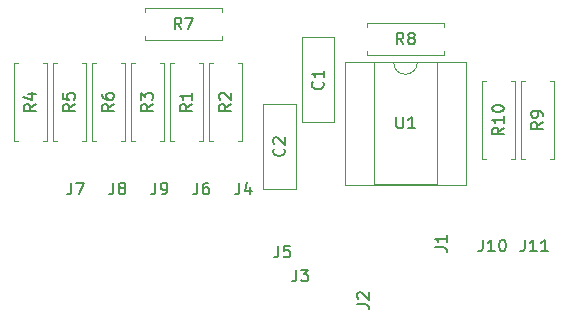
<source format=gbr>
G04 #@! TF.GenerationSoftware,KiCad,Pcbnew,(5.1.2-1)-1*
G04 #@! TF.CreationDate,2021-10-12T12:57:45-04:00*
G04 #@! TF.ProjectId,DCMixer - CGS04,44434d69-7865-4722-902d-204347533034,rev?*
G04 #@! TF.SameCoordinates,Original*
G04 #@! TF.FileFunction,Legend,Top*
G04 #@! TF.FilePolarity,Positive*
%FSLAX46Y46*%
G04 Gerber Fmt 4.6, Leading zero omitted, Abs format (unit mm)*
G04 Created by KiCad (PCBNEW (5.1.2-1)-1) date 2021-10-12 12:57:45*
%MOMM*%
%LPD*%
G04 APERTURE LIST*
%ADD10C,0.120000*%
%ADD11C,0.150000*%
G04 APERTURE END LIST*
D10*
X44540000Y-20620000D02*
X44540000Y-27860000D01*
X41800000Y-20620000D02*
X41800000Y-27860000D01*
X44540000Y-20620000D02*
X41800000Y-20620000D01*
X44540000Y-27860000D02*
X41800000Y-27860000D01*
X41248000Y-33552000D02*
X38508000Y-33552000D01*
X41248000Y-26312000D02*
X38508000Y-26312000D01*
X38508000Y-26312000D02*
X38508000Y-33552000D01*
X41248000Y-26312000D02*
X41248000Y-33552000D01*
X33044000Y-22892000D02*
X33374000Y-22892000D01*
X33374000Y-22892000D02*
X33374000Y-29432000D01*
X33374000Y-29432000D02*
X33044000Y-29432000D01*
X30964000Y-22892000D02*
X30634000Y-22892000D01*
X30634000Y-22892000D02*
X30634000Y-29432000D01*
X30634000Y-29432000D02*
X30964000Y-29432000D01*
X33936000Y-29432000D02*
X34266000Y-29432000D01*
X33936000Y-22892000D02*
X33936000Y-29432000D01*
X34266000Y-22892000D02*
X33936000Y-22892000D01*
X36676000Y-29432000D02*
X36346000Y-29432000D01*
X36676000Y-22892000D02*
X36676000Y-29432000D01*
X36346000Y-22892000D02*
X36676000Y-22892000D01*
X29742000Y-22892000D02*
X30072000Y-22892000D01*
X30072000Y-22892000D02*
X30072000Y-29432000D01*
X30072000Y-29432000D02*
X29742000Y-29432000D01*
X27662000Y-22892000D02*
X27332000Y-22892000D01*
X27332000Y-22892000D02*
X27332000Y-29432000D01*
X27332000Y-29432000D02*
X27662000Y-29432000D01*
X17426000Y-29432000D02*
X17756000Y-29432000D01*
X17426000Y-22892000D02*
X17426000Y-29432000D01*
X17756000Y-22892000D02*
X17426000Y-22892000D01*
X20166000Y-29432000D02*
X19836000Y-29432000D01*
X20166000Y-22892000D02*
X20166000Y-29432000D01*
X19836000Y-22892000D02*
X20166000Y-22892000D01*
X23138000Y-22892000D02*
X23468000Y-22892000D01*
X23468000Y-22892000D02*
X23468000Y-29432000D01*
X23468000Y-29432000D02*
X23138000Y-29432000D01*
X21058000Y-22892000D02*
X20728000Y-22892000D01*
X20728000Y-22892000D02*
X20728000Y-29432000D01*
X20728000Y-29432000D02*
X21058000Y-29432000D01*
X24030000Y-29432000D02*
X24360000Y-29432000D01*
X24030000Y-22892000D02*
X24030000Y-29432000D01*
X24360000Y-22892000D02*
X24030000Y-22892000D01*
X26770000Y-29432000D02*
X26440000Y-29432000D01*
X26770000Y-22892000D02*
X26770000Y-29432000D01*
X26440000Y-22892000D02*
X26770000Y-22892000D01*
X35020000Y-20598000D02*
X35020000Y-20928000D01*
X35020000Y-20928000D02*
X28480000Y-20928000D01*
X28480000Y-20928000D02*
X28480000Y-20598000D01*
X35020000Y-18518000D02*
X35020000Y-18188000D01*
X35020000Y-18188000D02*
X28480000Y-18188000D01*
X28480000Y-18188000D02*
X28480000Y-18518000D01*
X47276000Y-19458000D02*
X47276000Y-19788000D01*
X53816000Y-19458000D02*
X47276000Y-19458000D01*
X53816000Y-19788000D02*
X53816000Y-19458000D01*
X47276000Y-22198000D02*
X47276000Y-21868000D01*
X53816000Y-22198000D02*
X47276000Y-22198000D01*
X53816000Y-21868000D02*
X53816000Y-22198000D01*
X60682000Y-30956000D02*
X60352000Y-30956000D01*
X60352000Y-30956000D02*
X60352000Y-24416000D01*
X60352000Y-24416000D02*
X60682000Y-24416000D01*
X62762000Y-30956000D02*
X63092000Y-30956000D01*
X63092000Y-30956000D02*
X63092000Y-24416000D01*
X63092000Y-24416000D02*
X62762000Y-24416000D01*
X59790000Y-24416000D02*
X59460000Y-24416000D01*
X59790000Y-30956000D02*
X59790000Y-24416000D01*
X59460000Y-30956000D02*
X59790000Y-30956000D01*
X57050000Y-24416000D02*
X57380000Y-24416000D01*
X57050000Y-30956000D02*
X57050000Y-24416000D01*
X57380000Y-30956000D02*
X57050000Y-30956000D01*
X51546000Y-22800000D02*
G75*
G02X49546000Y-22800000I-1000000J0D01*
G01*
X49546000Y-22800000D02*
X47896000Y-22800000D01*
X47896000Y-22800000D02*
X47896000Y-33080000D01*
X47896000Y-33080000D02*
X53196000Y-33080000D01*
X53196000Y-33080000D02*
X53196000Y-22800000D01*
X53196000Y-22800000D02*
X51546000Y-22800000D01*
X45406000Y-22740000D02*
X45406000Y-33140000D01*
X45406000Y-33140000D02*
X55686000Y-33140000D01*
X55686000Y-33140000D02*
X55686000Y-22740000D01*
X55686000Y-22740000D02*
X45406000Y-22740000D01*
D11*
X43527142Y-24446666D02*
X43574761Y-24494285D01*
X43622380Y-24637142D01*
X43622380Y-24732380D01*
X43574761Y-24875238D01*
X43479523Y-24970476D01*
X43384285Y-25018095D01*
X43193809Y-25065714D01*
X43050952Y-25065714D01*
X42860476Y-25018095D01*
X42765238Y-24970476D01*
X42670000Y-24875238D01*
X42622380Y-24732380D01*
X42622380Y-24637142D01*
X42670000Y-24494285D01*
X42717619Y-24446666D01*
X43622380Y-23494285D02*
X43622380Y-24065714D01*
X43622380Y-23780000D02*
X42622380Y-23780000D01*
X42765238Y-23875238D01*
X42860476Y-23970476D01*
X42908095Y-24065714D01*
X40235142Y-30098666D02*
X40282761Y-30146285D01*
X40330380Y-30289142D01*
X40330380Y-30384380D01*
X40282761Y-30527238D01*
X40187523Y-30622476D01*
X40092285Y-30670095D01*
X39901809Y-30717714D01*
X39758952Y-30717714D01*
X39568476Y-30670095D01*
X39473238Y-30622476D01*
X39378000Y-30527238D01*
X39330380Y-30384380D01*
X39330380Y-30289142D01*
X39378000Y-30146285D01*
X39425619Y-30098666D01*
X39425619Y-29717714D02*
X39378000Y-29670095D01*
X39330380Y-29574857D01*
X39330380Y-29336761D01*
X39378000Y-29241523D01*
X39425619Y-29193904D01*
X39520857Y-29146285D01*
X39616095Y-29146285D01*
X39758952Y-29193904D01*
X40330380Y-29765333D01*
X40330380Y-29146285D01*
X53046380Y-38433333D02*
X53760666Y-38433333D01*
X53903523Y-38480952D01*
X53998761Y-38576190D01*
X54046380Y-38719047D01*
X54046380Y-38814285D01*
X54046380Y-37433333D02*
X54046380Y-38004761D01*
X54046380Y-37719047D02*
X53046380Y-37719047D01*
X53189238Y-37814285D01*
X53284476Y-37909523D01*
X53332095Y-38004761D01*
X46442380Y-43259333D02*
X47156666Y-43259333D01*
X47299523Y-43306952D01*
X47394761Y-43402190D01*
X47442380Y-43545047D01*
X47442380Y-43640285D01*
X46537619Y-42830761D02*
X46490000Y-42783142D01*
X46442380Y-42687904D01*
X46442380Y-42449809D01*
X46490000Y-42354571D01*
X46537619Y-42306952D01*
X46632857Y-42259333D01*
X46728095Y-42259333D01*
X46870952Y-42306952D01*
X47442380Y-42878380D01*
X47442380Y-42259333D01*
X41322666Y-40346380D02*
X41322666Y-41060666D01*
X41275047Y-41203523D01*
X41179809Y-41298761D01*
X41036952Y-41346380D01*
X40941714Y-41346380D01*
X41703619Y-40346380D02*
X42322666Y-40346380D01*
X41989333Y-40727333D01*
X42132190Y-40727333D01*
X42227428Y-40774952D01*
X42275047Y-40822571D01*
X42322666Y-40917809D01*
X42322666Y-41155904D01*
X42275047Y-41251142D01*
X42227428Y-41298761D01*
X42132190Y-41346380D01*
X41846476Y-41346380D01*
X41751238Y-41298761D01*
X41703619Y-41251142D01*
X36496666Y-32980380D02*
X36496666Y-33694666D01*
X36449047Y-33837523D01*
X36353809Y-33932761D01*
X36210952Y-33980380D01*
X36115714Y-33980380D01*
X37401428Y-33313714D02*
X37401428Y-33980380D01*
X37163333Y-32932761D02*
X36925238Y-33647047D01*
X37544285Y-33647047D01*
X39798666Y-38314380D02*
X39798666Y-39028666D01*
X39751047Y-39171523D01*
X39655809Y-39266761D01*
X39512952Y-39314380D01*
X39417714Y-39314380D01*
X40751047Y-38314380D02*
X40274857Y-38314380D01*
X40227238Y-38790571D01*
X40274857Y-38742952D01*
X40370095Y-38695333D01*
X40608190Y-38695333D01*
X40703428Y-38742952D01*
X40751047Y-38790571D01*
X40798666Y-38885809D01*
X40798666Y-39123904D01*
X40751047Y-39219142D01*
X40703428Y-39266761D01*
X40608190Y-39314380D01*
X40370095Y-39314380D01*
X40274857Y-39266761D01*
X40227238Y-39219142D01*
X32940666Y-32980380D02*
X32940666Y-33694666D01*
X32893047Y-33837523D01*
X32797809Y-33932761D01*
X32654952Y-33980380D01*
X32559714Y-33980380D01*
X33845428Y-32980380D02*
X33654952Y-32980380D01*
X33559714Y-33028000D01*
X33512095Y-33075619D01*
X33416857Y-33218476D01*
X33369238Y-33408952D01*
X33369238Y-33789904D01*
X33416857Y-33885142D01*
X33464476Y-33932761D01*
X33559714Y-33980380D01*
X33750190Y-33980380D01*
X33845428Y-33932761D01*
X33893047Y-33885142D01*
X33940666Y-33789904D01*
X33940666Y-33551809D01*
X33893047Y-33456571D01*
X33845428Y-33408952D01*
X33750190Y-33361333D01*
X33559714Y-33361333D01*
X33464476Y-33408952D01*
X33416857Y-33456571D01*
X33369238Y-33551809D01*
X22272666Y-32980380D02*
X22272666Y-33694666D01*
X22225047Y-33837523D01*
X22129809Y-33932761D01*
X21986952Y-33980380D01*
X21891714Y-33980380D01*
X22653619Y-32980380D02*
X23320285Y-32980380D01*
X22891714Y-33980380D01*
X25828666Y-32980380D02*
X25828666Y-33694666D01*
X25781047Y-33837523D01*
X25685809Y-33932761D01*
X25542952Y-33980380D01*
X25447714Y-33980380D01*
X26447714Y-33408952D02*
X26352476Y-33361333D01*
X26304857Y-33313714D01*
X26257238Y-33218476D01*
X26257238Y-33170857D01*
X26304857Y-33075619D01*
X26352476Y-33028000D01*
X26447714Y-32980380D01*
X26638190Y-32980380D01*
X26733428Y-33028000D01*
X26781047Y-33075619D01*
X26828666Y-33170857D01*
X26828666Y-33218476D01*
X26781047Y-33313714D01*
X26733428Y-33361333D01*
X26638190Y-33408952D01*
X26447714Y-33408952D01*
X26352476Y-33456571D01*
X26304857Y-33504190D01*
X26257238Y-33599428D01*
X26257238Y-33789904D01*
X26304857Y-33885142D01*
X26352476Y-33932761D01*
X26447714Y-33980380D01*
X26638190Y-33980380D01*
X26733428Y-33932761D01*
X26781047Y-33885142D01*
X26828666Y-33789904D01*
X26828666Y-33599428D01*
X26781047Y-33504190D01*
X26733428Y-33456571D01*
X26638190Y-33408952D01*
X29384666Y-32980380D02*
X29384666Y-33694666D01*
X29337047Y-33837523D01*
X29241809Y-33932761D01*
X29098952Y-33980380D01*
X29003714Y-33980380D01*
X29908476Y-33980380D02*
X30098952Y-33980380D01*
X30194190Y-33932761D01*
X30241809Y-33885142D01*
X30337047Y-33742285D01*
X30384666Y-33551809D01*
X30384666Y-33170857D01*
X30337047Y-33075619D01*
X30289428Y-33028000D01*
X30194190Y-32980380D01*
X30003714Y-32980380D01*
X29908476Y-33028000D01*
X29860857Y-33075619D01*
X29813238Y-33170857D01*
X29813238Y-33408952D01*
X29860857Y-33504190D01*
X29908476Y-33551809D01*
X30003714Y-33599428D01*
X30194190Y-33599428D01*
X30289428Y-33551809D01*
X30337047Y-33504190D01*
X30384666Y-33408952D01*
X57102476Y-37806380D02*
X57102476Y-38520666D01*
X57054857Y-38663523D01*
X56959619Y-38758761D01*
X56816761Y-38806380D01*
X56721523Y-38806380D01*
X58102476Y-38806380D02*
X57531047Y-38806380D01*
X57816761Y-38806380D02*
X57816761Y-37806380D01*
X57721523Y-37949238D01*
X57626285Y-38044476D01*
X57531047Y-38092095D01*
X58721523Y-37806380D02*
X58816761Y-37806380D01*
X58912000Y-37854000D01*
X58959619Y-37901619D01*
X59007238Y-37996857D01*
X59054857Y-38187333D01*
X59054857Y-38425428D01*
X59007238Y-38615904D01*
X58959619Y-38711142D01*
X58912000Y-38758761D01*
X58816761Y-38806380D01*
X58721523Y-38806380D01*
X58626285Y-38758761D01*
X58578666Y-38711142D01*
X58531047Y-38615904D01*
X58483428Y-38425428D01*
X58483428Y-38187333D01*
X58531047Y-37996857D01*
X58578666Y-37901619D01*
X58626285Y-37854000D01*
X58721523Y-37806380D01*
X60658476Y-37806380D02*
X60658476Y-38520666D01*
X60610857Y-38663523D01*
X60515619Y-38758761D01*
X60372761Y-38806380D01*
X60277523Y-38806380D01*
X61658476Y-38806380D02*
X61087047Y-38806380D01*
X61372761Y-38806380D02*
X61372761Y-37806380D01*
X61277523Y-37949238D01*
X61182285Y-38044476D01*
X61087047Y-38092095D01*
X62610857Y-38806380D02*
X62039428Y-38806380D01*
X62325142Y-38806380D02*
X62325142Y-37806380D01*
X62229904Y-37949238D01*
X62134666Y-38044476D01*
X62039428Y-38092095D01*
X32456380Y-26328666D02*
X31980190Y-26662000D01*
X32456380Y-26900095D02*
X31456380Y-26900095D01*
X31456380Y-26519142D01*
X31504000Y-26423904D01*
X31551619Y-26376285D01*
X31646857Y-26328666D01*
X31789714Y-26328666D01*
X31884952Y-26376285D01*
X31932571Y-26423904D01*
X31980190Y-26519142D01*
X31980190Y-26900095D01*
X32456380Y-25376285D02*
X32456380Y-25947714D01*
X32456380Y-25662000D02*
X31456380Y-25662000D01*
X31599238Y-25757238D01*
X31694476Y-25852476D01*
X31742095Y-25947714D01*
X35758380Y-26328666D02*
X35282190Y-26662000D01*
X35758380Y-26900095D02*
X34758380Y-26900095D01*
X34758380Y-26519142D01*
X34806000Y-26423904D01*
X34853619Y-26376285D01*
X34948857Y-26328666D01*
X35091714Y-26328666D01*
X35186952Y-26376285D01*
X35234571Y-26423904D01*
X35282190Y-26519142D01*
X35282190Y-26900095D01*
X34853619Y-25947714D02*
X34806000Y-25900095D01*
X34758380Y-25804857D01*
X34758380Y-25566761D01*
X34806000Y-25471523D01*
X34853619Y-25423904D01*
X34948857Y-25376285D01*
X35044095Y-25376285D01*
X35186952Y-25423904D01*
X35758380Y-25995333D01*
X35758380Y-25376285D01*
X29154380Y-26328666D02*
X28678190Y-26662000D01*
X29154380Y-26900095D02*
X28154380Y-26900095D01*
X28154380Y-26519142D01*
X28202000Y-26423904D01*
X28249619Y-26376285D01*
X28344857Y-26328666D01*
X28487714Y-26328666D01*
X28582952Y-26376285D01*
X28630571Y-26423904D01*
X28678190Y-26519142D01*
X28678190Y-26900095D01*
X28154380Y-25995333D02*
X28154380Y-25376285D01*
X28535333Y-25709619D01*
X28535333Y-25566761D01*
X28582952Y-25471523D01*
X28630571Y-25423904D01*
X28725809Y-25376285D01*
X28963904Y-25376285D01*
X29059142Y-25423904D01*
X29106761Y-25471523D01*
X29154380Y-25566761D01*
X29154380Y-25852476D01*
X29106761Y-25947714D01*
X29059142Y-25995333D01*
X19248380Y-26328666D02*
X18772190Y-26662000D01*
X19248380Y-26900095D02*
X18248380Y-26900095D01*
X18248380Y-26519142D01*
X18296000Y-26423904D01*
X18343619Y-26376285D01*
X18438857Y-26328666D01*
X18581714Y-26328666D01*
X18676952Y-26376285D01*
X18724571Y-26423904D01*
X18772190Y-26519142D01*
X18772190Y-26900095D01*
X18581714Y-25471523D02*
X19248380Y-25471523D01*
X18200761Y-25709619D02*
X18915047Y-25947714D01*
X18915047Y-25328666D01*
X22550380Y-26328666D02*
X22074190Y-26662000D01*
X22550380Y-26900095D02*
X21550380Y-26900095D01*
X21550380Y-26519142D01*
X21598000Y-26423904D01*
X21645619Y-26376285D01*
X21740857Y-26328666D01*
X21883714Y-26328666D01*
X21978952Y-26376285D01*
X22026571Y-26423904D01*
X22074190Y-26519142D01*
X22074190Y-26900095D01*
X21550380Y-25423904D02*
X21550380Y-25900095D01*
X22026571Y-25947714D01*
X21978952Y-25900095D01*
X21931333Y-25804857D01*
X21931333Y-25566761D01*
X21978952Y-25471523D01*
X22026571Y-25423904D01*
X22121809Y-25376285D01*
X22359904Y-25376285D01*
X22455142Y-25423904D01*
X22502761Y-25471523D01*
X22550380Y-25566761D01*
X22550380Y-25804857D01*
X22502761Y-25900095D01*
X22455142Y-25947714D01*
X25852380Y-26328666D02*
X25376190Y-26662000D01*
X25852380Y-26900095D02*
X24852380Y-26900095D01*
X24852380Y-26519142D01*
X24900000Y-26423904D01*
X24947619Y-26376285D01*
X25042857Y-26328666D01*
X25185714Y-26328666D01*
X25280952Y-26376285D01*
X25328571Y-26423904D01*
X25376190Y-26519142D01*
X25376190Y-26900095D01*
X24852380Y-25471523D02*
X24852380Y-25662000D01*
X24900000Y-25757238D01*
X24947619Y-25804857D01*
X25090476Y-25900095D01*
X25280952Y-25947714D01*
X25661904Y-25947714D01*
X25757142Y-25900095D01*
X25804761Y-25852476D01*
X25852380Y-25757238D01*
X25852380Y-25566761D01*
X25804761Y-25471523D01*
X25757142Y-25423904D01*
X25661904Y-25376285D01*
X25423809Y-25376285D01*
X25328571Y-25423904D01*
X25280952Y-25471523D01*
X25233333Y-25566761D01*
X25233333Y-25757238D01*
X25280952Y-25852476D01*
X25328571Y-25900095D01*
X25423809Y-25947714D01*
X31583333Y-20010380D02*
X31250000Y-19534190D01*
X31011904Y-20010380D02*
X31011904Y-19010380D01*
X31392857Y-19010380D01*
X31488095Y-19058000D01*
X31535714Y-19105619D01*
X31583333Y-19200857D01*
X31583333Y-19343714D01*
X31535714Y-19438952D01*
X31488095Y-19486571D01*
X31392857Y-19534190D01*
X31011904Y-19534190D01*
X31916666Y-19010380D02*
X32583333Y-19010380D01*
X32154761Y-20010380D01*
X50379333Y-21280380D02*
X50046000Y-20804190D01*
X49807904Y-21280380D02*
X49807904Y-20280380D01*
X50188857Y-20280380D01*
X50284095Y-20328000D01*
X50331714Y-20375619D01*
X50379333Y-20470857D01*
X50379333Y-20613714D01*
X50331714Y-20708952D01*
X50284095Y-20756571D01*
X50188857Y-20804190D01*
X49807904Y-20804190D01*
X50950761Y-20708952D02*
X50855523Y-20661333D01*
X50807904Y-20613714D01*
X50760285Y-20518476D01*
X50760285Y-20470857D01*
X50807904Y-20375619D01*
X50855523Y-20328000D01*
X50950761Y-20280380D01*
X51141238Y-20280380D01*
X51236476Y-20328000D01*
X51284095Y-20375619D01*
X51331714Y-20470857D01*
X51331714Y-20518476D01*
X51284095Y-20613714D01*
X51236476Y-20661333D01*
X51141238Y-20708952D01*
X50950761Y-20708952D01*
X50855523Y-20756571D01*
X50807904Y-20804190D01*
X50760285Y-20899428D01*
X50760285Y-21089904D01*
X50807904Y-21185142D01*
X50855523Y-21232761D01*
X50950761Y-21280380D01*
X51141238Y-21280380D01*
X51236476Y-21232761D01*
X51284095Y-21185142D01*
X51331714Y-21089904D01*
X51331714Y-20899428D01*
X51284095Y-20804190D01*
X51236476Y-20756571D01*
X51141238Y-20708952D01*
X62174380Y-27852666D02*
X61698190Y-28186000D01*
X62174380Y-28424095D02*
X61174380Y-28424095D01*
X61174380Y-28043142D01*
X61222000Y-27947904D01*
X61269619Y-27900285D01*
X61364857Y-27852666D01*
X61507714Y-27852666D01*
X61602952Y-27900285D01*
X61650571Y-27947904D01*
X61698190Y-28043142D01*
X61698190Y-28424095D01*
X62174380Y-27376476D02*
X62174380Y-27186000D01*
X62126761Y-27090761D01*
X62079142Y-27043142D01*
X61936285Y-26947904D01*
X61745809Y-26900285D01*
X61364857Y-26900285D01*
X61269619Y-26947904D01*
X61222000Y-26995523D01*
X61174380Y-27090761D01*
X61174380Y-27281238D01*
X61222000Y-27376476D01*
X61269619Y-27424095D01*
X61364857Y-27471714D01*
X61602952Y-27471714D01*
X61698190Y-27424095D01*
X61745809Y-27376476D01*
X61793428Y-27281238D01*
X61793428Y-27090761D01*
X61745809Y-26995523D01*
X61698190Y-26947904D01*
X61602952Y-26900285D01*
X58872380Y-28328857D02*
X58396190Y-28662190D01*
X58872380Y-28900285D02*
X57872380Y-28900285D01*
X57872380Y-28519333D01*
X57920000Y-28424095D01*
X57967619Y-28376476D01*
X58062857Y-28328857D01*
X58205714Y-28328857D01*
X58300952Y-28376476D01*
X58348571Y-28424095D01*
X58396190Y-28519333D01*
X58396190Y-28900285D01*
X58872380Y-27376476D02*
X58872380Y-27947904D01*
X58872380Y-27662190D02*
X57872380Y-27662190D01*
X58015238Y-27757428D01*
X58110476Y-27852666D01*
X58158095Y-27947904D01*
X57872380Y-26757428D02*
X57872380Y-26662190D01*
X57920000Y-26566952D01*
X57967619Y-26519333D01*
X58062857Y-26471714D01*
X58253333Y-26424095D01*
X58491428Y-26424095D01*
X58681904Y-26471714D01*
X58777142Y-26519333D01*
X58824761Y-26566952D01*
X58872380Y-26662190D01*
X58872380Y-26757428D01*
X58824761Y-26852666D01*
X58777142Y-26900285D01*
X58681904Y-26947904D01*
X58491428Y-26995523D01*
X58253333Y-26995523D01*
X58062857Y-26947904D01*
X57967619Y-26900285D01*
X57920000Y-26852666D01*
X57872380Y-26757428D01*
X49784095Y-27392380D02*
X49784095Y-28201904D01*
X49831714Y-28297142D01*
X49879333Y-28344761D01*
X49974571Y-28392380D01*
X50165047Y-28392380D01*
X50260285Y-28344761D01*
X50307904Y-28297142D01*
X50355523Y-28201904D01*
X50355523Y-27392380D01*
X51355523Y-28392380D02*
X50784095Y-28392380D01*
X51069809Y-28392380D02*
X51069809Y-27392380D01*
X50974571Y-27535238D01*
X50879333Y-27630476D01*
X50784095Y-27678095D01*
M02*

</source>
